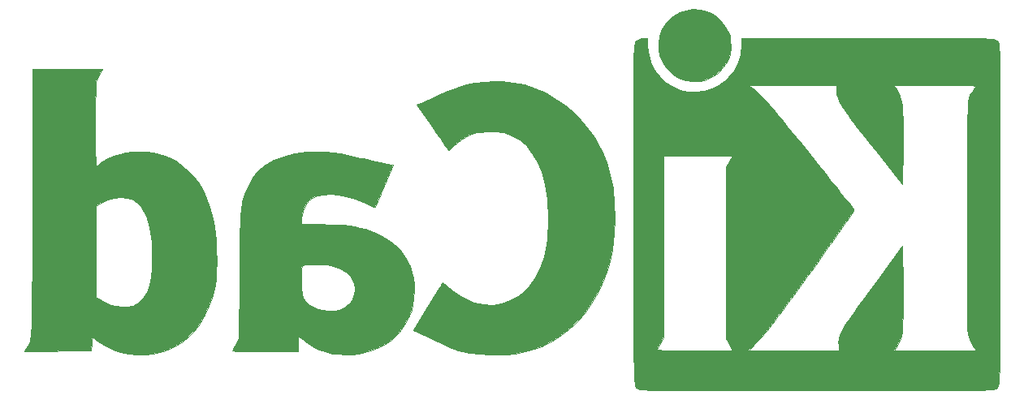
<source format=gbr>
%TF.GenerationSoftware,KiCad,Pcbnew,8.0.2*%
%TF.CreationDate,2024-05-28T22:04:00+02:00*%
%TF.ProjectId,template,74656d70-6c61-4746-952e-6b696361645f,0.1.0*%
%TF.SameCoordinates,Original*%
%TF.FileFunction,Copper,L2,Bot*%
%TF.FilePolarity,Positive*%
%FSLAX46Y46*%
G04 Gerber Fmt 4.6, Leading zero omitted, Abs format (unit mm)*
G04 Created by KiCad (PCBNEW 8.0.2) date 2024-05-28 22:04:00*
%MOMM*%
%LPD*%
G01*
G04 APERTURE LIST*
%TA.AperFunction,EtchedComponent*%
%ADD10C,0.010000*%
%TD*%
G04 APERTURE END LIST*
D10*
%TO.C,REF\u002A\u002A*%
X179501333Y-33283780D02*
X180201041Y-33455221D01*
X180864288Y-33762922D01*
X181470172Y-34206932D01*
X181997791Y-34787301D01*
X182426241Y-35504078D01*
X182541108Y-35756579D01*
X182634165Y-36012509D01*
X182686380Y-36268365D01*
X182709267Y-36584829D01*
X182714337Y-37022581D01*
X182711271Y-37386932D01*
X182692796Y-37721784D01*
X182647495Y-37983035D01*
X182564057Y-38230684D01*
X182431172Y-38524731D01*
X182392732Y-38603089D01*
X181938382Y-39320611D01*
X181366937Y-39910967D01*
X180694616Y-40360303D01*
X179937635Y-40654767D01*
X179549223Y-40736940D01*
X178761249Y-40775391D01*
X177998045Y-40650974D01*
X177281992Y-40376444D01*
X176635471Y-39964558D01*
X176080859Y-39428074D01*
X175640538Y-38779746D01*
X175336888Y-38032332D01*
X175225791Y-37420684D01*
X175215783Y-36745703D01*
X175306139Y-36089144D01*
X175492558Y-35520430D01*
X175707957Y-35113836D01*
X176187475Y-34468751D01*
X176755948Y-33959631D01*
X177392473Y-33586525D01*
X178076147Y-33349481D01*
X178786068Y-33248550D01*
X179501333Y-33283780D01*
%TA.AperFunction,EtchedComponent*%
G36*
X179501333Y-33283780D02*
G01*
X180201041Y-33455221D01*
X180864288Y-33762922D01*
X181470172Y-34206932D01*
X181997791Y-34787301D01*
X182426241Y-35504078D01*
X182541108Y-35756579D01*
X182634165Y-36012509D01*
X182686380Y-36268365D01*
X182709267Y-36584829D01*
X182714337Y-37022581D01*
X182711271Y-37386932D01*
X182692796Y-37721784D01*
X182647495Y-37983035D01*
X182564057Y-38230684D01*
X182431172Y-38524731D01*
X182392732Y-38603089D01*
X181938382Y-39320611D01*
X181366937Y-39910967D01*
X180694616Y-40360303D01*
X179937635Y-40654767D01*
X179549223Y-40736940D01*
X178761249Y-40775391D01*
X177998045Y-40650974D01*
X177281992Y-40376444D01*
X176635471Y-39964558D01*
X176080859Y-39428074D01*
X175640538Y-38779746D01*
X175336888Y-38032332D01*
X175225791Y-37420684D01*
X175215783Y-36745703D01*
X175306139Y-36089144D01*
X175492558Y-35520430D01*
X175707957Y-35113836D01*
X176187475Y-34468751D01*
X176755948Y-33959631D01*
X177392473Y-33586525D01*
X178076147Y-33349481D01*
X178786068Y-33248550D01*
X179501333Y-33283780D01*
G37*
%TD.AperFunction*%
X158865116Y-40786534D02*
X160088504Y-40898843D01*
X161225036Y-41125344D01*
X162316985Y-41475567D01*
X163406621Y-41959048D01*
X164485245Y-42576348D01*
X165642820Y-43417889D01*
X166716282Y-44390867D01*
X167681992Y-45471199D01*
X168516313Y-46634799D01*
X169195608Y-47857583D01*
X169257267Y-47988393D01*
X169773656Y-49251013D01*
X170166037Y-50563019D01*
X170439480Y-51949475D01*
X170599056Y-53435447D01*
X170649836Y-55045999D01*
X170588094Y-56710890D01*
X170392119Y-58350487D01*
X170058872Y-59885334D01*
X169585369Y-61326319D01*
X168968629Y-62684328D01*
X168205670Y-63970251D01*
X167488997Y-64952685D01*
X166499426Y-66058081D01*
X165420838Y-67004888D01*
X164253705Y-67792797D01*
X162998501Y-68421498D01*
X161655696Y-68890683D01*
X160225764Y-69200041D01*
X160209446Y-69202450D01*
X159934074Y-69226613D01*
X159518524Y-69244535D01*
X159001221Y-69255380D01*
X158420589Y-69258312D01*
X157815054Y-69252496D01*
X157390663Y-69243975D01*
X156760990Y-69224232D01*
X156256421Y-69195970D01*
X155840560Y-69156171D01*
X155477015Y-69101819D01*
X155129391Y-69029898D01*
X154738287Y-68936952D01*
X154330245Y-68831110D01*
X153961211Y-68720076D01*
X153597695Y-68590844D01*
X153206202Y-68430409D01*
X152753241Y-68225765D01*
X152205319Y-67963908D01*
X151528943Y-67631832D01*
X149658244Y-66707338D01*
X151156554Y-64246321D01*
X151352711Y-63924217D01*
X151705124Y-63346001D01*
X152020555Y-62829072D01*
X152287475Y-62392285D01*
X152494357Y-62054495D01*
X152629675Y-61834557D01*
X152681900Y-61751327D01*
X152696424Y-61753812D01*
X152813432Y-61835264D01*
X153018995Y-62004303D01*
X153280635Y-62234707D01*
X153746599Y-62632791D01*
X154578447Y-63221455D01*
X155385533Y-63631824D01*
X155968756Y-63836755D01*
X156955234Y-64046190D01*
X157924478Y-64083312D01*
X158862432Y-63950651D01*
X159755040Y-63650735D01*
X160588248Y-63186092D01*
X161348000Y-62559251D01*
X161770752Y-62097560D01*
X162366323Y-61243595D01*
X162855014Y-60252612D01*
X163239164Y-59119535D01*
X163521108Y-57839288D01*
X163533900Y-57759809D01*
X163592995Y-57244675D01*
X163636987Y-56604629D01*
X163665521Y-55883406D01*
X163678241Y-55124740D01*
X163674790Y-54372365D01*
X163654812Y-53670014D01*
X163617951Y-53061422D01*
X163563850Y-52590322D01*
X163356485Y-51523183D01*
X163007568Y-50276625D01*
X162568748Y-49185281D01*
X162040612Y-48249997D01*
X161423747Y-47471617D01*
X160718739Y-46850986D01*
X159926176Y-46388949D01*
X159046643Y-46086351D01*
X158851504Y-46048794D01*
X158362480Y-45999755D01*
X157790977Y-45983747D01*
X157201022Y-45999892D01*
X156656642Y-46047311D01*
X156221864Y-46125124D01*
X155497578Y-46372893D01*
X154657058Y-46825226D01*
X153908647Y-47420491D01*
X153776554Y-47545885D01*
X153537202Y-47767735D01*
X153368037Y-47917057D01*
X153299315Y-47966728D01*
X153282395Y-47942971D01*
X153178249Y-47792966D01*
X152990103Y-47520595D01*
X152730389Y-47143894D01*
X152411537Y-46680900D01*
X152045979Y-46149650D01*
X151646147Y-45568179D01*
X150010753Y-43189046D01*
X150376090Y-43079588D01*
X150414212Y-43067184D01*
X150662374Y-42968664D01*
X151020162Y-42809799D01*
X151445587Y-42609700D01*
X151896661Y-42387478D01*
X152093220Y-42289225D01*
X153184680Y-41781978D01*
X154190666Y-41389724D01*
X155149868Y-41102432D01*
X156100979Y-40910065D01*
X157082690Y-40802591D01*
X158133692Y-40769975D01*
X158865116Y-40786534D01*
%TA.AperFunction,EtchedComponent*%
G36*
X158865116Y-40786534D02*
G01*
X160088504Y-40898843D01*
X161225036Y-41125344D01*
X162316985Y-41475567D01*
X163406621Y-41959048D01*
X164485245Y-42576348D01*
X165642820Y-43417889D01*
X166716282Y-44390867D01*
X167681992Y-45471199D01*
X168516313Y-46634799D01*
X169195608Y-47857583D01*
X169257267Y-47988393D01*
X169773656Y-49251013D01*
X170166037Y-50563019D01*
X170439480Y-51949475D01*
X170599056Y-53435447D01*
X170649836Y-55045999D01*
X170588094Y-56710890D01*
X170392119Y-58350487D01*
X170058872Y-59885334D01*
X169585369Y-61326319D01*
X168968629Y-62684328D01*
X168205670Y-63970251D01*
X167488997Y-64952685D01*
X166499426Y-66058081D01*
X165420838Y-67004888D01*
X164253705Y-67792797D01*
X162998501Y-68421498D01*
X161655696Y-68890683D01*
X160225764Y-69200041D01*
X160209446Y-69202450D01*
X159934074Y-69226613D01*
X159518524Y-69244535D01*
X159001221Y-69255380D01*
X158420589Y-69258312D01*
X157815054Y-69252496D01*
X157390663Y-69243975D01*
X156760990Y-69224232D01*
X156256421Y-69195970D01*
X155840560Y-69156171D01*
X155477015Y-69101819D01*
X155129391Y-69029898D01*
X154738287Y-68936952D01*
X154330245Y-68831110D01*
X153961211Y-68720076D01*
X153597695Y-68590844D01*
X153206202Y-68430409D01*
X152753241Y-68225765D01*
X152205319Y-67963908D01*
X151528943Y-67631832D01*
X149658244Y-66707338D01*
X151156554Y-64246321D01*
X151352711Y-63924217D01*
X151705124Y-63346001D01*
X152020555Y-62829072D01*
X152287475Y-62392285D01*
X152494357Y-62054495D01*
X152629675Y-61834557D01*
X152681900Y-61751327D01*
X152696424Y-61753812D01*
X152813432Y-61835264D01*
X153018995Y-62004303D01*
X153280635Y-62234707D01*
X153746599Y-62632791D01*
X154578447Y-63221455D01*
X155385533Y-63631824D01*
X155968756Y-63836755D01*
X156955234Y-64046190D01*
X157924478Y-64083312D01*
X158862432Y-63950651D01*
X159755040Y-63650735D01*
X160588248Y-63186092D01*
X161348000Y-62559251D01*
X161770752Y-62097560D01*
X162366323Y-61243595D01*
X162855014Y-60252612D01*
X163239164Y-59119535D01*
X163521108Y-57839288D01*
X163533900Y-57759809D01*
X163592995Y-57244675D01*
X163636987Y-56604629D01*
X163665521Y-55883406D01*
X163678241Y-55124740D01*
X163674790Y-54372365D01*
X163654812Y-53670014D01*
X163617951Y-53061422D01*
X163563850Y-52590322D01*
X163356485Y-51523183D01*
X163007568Y-50276625D01*
X162568748Y-49185281D01*
X162040612Y-48249997D01*
X161423747Y-47471617D01*
X160718739Y-46850986D01*
X159926176Y-46388949D01*
X159046643Y-46086351D01*
X158851504Y-46048794D01*
X158362480Y-45999755D01*
X157790977Y-45983747D01*
X157201022Y-45999892D01*
X156656642Y-46047311D01*
X156221864Y-46125124D01*
X155497578Y-46372893D01*
X154657058Y-46825226D01*
X153908647Y-47420491D01*
X153776554Y-47545885D01*
X153537202Y-47767735D01*
X153368037Y-47917057D01*
X153299315Y-47966728D01*
X153282395Y-47942971D01*
X153178249Y-47792966D01*
X152990103Y-47520595D01*
X152730389Y-47143894D01*
X152411537Y-46680900D01*
X152045979Y-46149650D01*
X151646147Y-45568179D01*
X150010753Y-43189046D01*
X150376090Y-43079588D01*
X150414212Y-43067184D01*
X150662374Y-42968664D01*
X151020162Y-42809799D01*
X151445587Y-42609700D01*
X151896661Y-42387478D01*
X152093220Y-42289225D01*
X153184680Y-41781978D01*
X154190666Y-41389724D01*
X155149868Y-41102432D01*
X156100979Y-40910065D01*
X157082690Y-40802591D01*
X158133692Y-40769975D01*
X158865116Y-40786534D01*
G37*
%TD.AperFunction*%
X129125257Y-59756816D02*
X129105938Y-60599302D01*
X129050702Y-61342301D01*
X128955272Y-62026224D01*
X128815370Y-62691484D01*
X128626720Y-63378495D01*
X128340647Y-64199679D01*
X127815234Y-65308241D01*
X127170740Y-66301171D01*
X126417026Y-67169086D01*
X125563951Y-67902602D01*
X124621374Y-68492334D01*
X123599156Y-68928898D01*
X122507156Y-69202910D01*
X122494016Y-69205109D01*
X121695964Y-69281896D01*
X120819111Y-69271648D01*
X119925977Y-69180681D01*
X119079085Y-69015316D01*
X118340955Y-68781870D01*
X118025894Y-68639810D01*
X117615561Y-68423889D01*
X117193915Y-68176933D01*
X116804955Y-67926123D01*
X116492677Y-67698639D01*
X116301076Y-67521661D01*
X116257091Y-67473075D01*
X116204655Y-67456089D01*
X116169609Y-67540408D01*
X116143781Y-67752911D01*
X116118997Y-68120475D01*
X116073477Y-68886380D01*
X109100013Y-68934072D01*
X109341269Y-68522399D01*
X109355649Y-68498062D01*
X109425805Y-68383802D01*
X109489449Y-68282014D01*
X109546924Y-68183852D01*
X109598572Y-68080476D01*
X109644736Y-67963041D01*
X109685758Y-67822704D01*
X109721981Y-67650623D01*
X109753748Y-67437954D01*
X109781400Y-67175855D01*
X109805280Y-66855482D01*
X109825731Y-66467992D01*
X109843095Y-66004543D01*
X109857715Y-65456291D01*
X109869933Y-64814393D01*
X109880091Y-64070007D01*
X109888533Y-63214289D01*
X109895600Y-62238396D01*
X109901635Y-61133485D01*
X109906980Y-59890713D01*
X109911979Y-58501238D01*
X109916972Y-56956215D01*
X109922304Y-55246803D01*
X109927002Y-53775687D01*
X116528674Y-53775687D01*
X116528674Y-63239350D01*
X116983871Y-63537921D01*
X117158924Y-63645476D01*
X117559750Y-63860340D01*
X117939785Y-64031445D01*
X118106217Y-64089378D01*
X118635795Y-64205034D01*
X119305377Y-64264094D01*
X119645858Y-64276384D01*
X119961908Y-64273589D01*
X120197176Y-64242025D01*
X120408199Y-64173031D01*
X120651514Y-64057951D01*
X121119112Y-63749687D01*
X121524207Y-63313622D01*
X121848471Y-62751673D01*
X122094988Y-62055032D01*
X122266844Y-61214891D01*
X122367125Y-60222441D01*
X122398914Y-59068873D01*
X122397369Y-58806614D01*
X122351667Y-57591470D01*
X122240690Y-56534129D01*
X122061741Y-55623437D01*
X121812120Y-54848236D01*
X121489126Y-54197372D01*
X121090062Y-53659687D01*
X120924503Y-53495586D01*
X120411409Y-53153710D01*
X119809089Y-52945672D01*
X119143634Y-52872653D01*
X118441138Y-52935838D01*
X117727693Y-53136409D01*
X117029391Y-53475550D01*
X116528674Y-53775687D01*
X109927002Y-53775687D01*
X109928316Y-53364158D01*
X109973836Y-39480645D01*
X113592653Y-39456841D01*
X113855819Y-39455237D01*
X114630109Y-39452060D01*
X115338313Y-39451415D01*
X115961101Y-39453171D01*
X116479141Y-39457194D01*
X116873103Y-39463353D01*
X117123657Y-39471517D01*
X117211470Y-39481552D01*
X117200234Y-39513359D01*
X117116429Y-39664150D01*
X116977621Y-39883439D01*
X116963775Y-39904402D01*
X116856153Y-40073717D01*
X116765916Y-40238453D01*
X116691536Y-40415581D01*
X116631481Y-40622068D01*
X116584221Y-40874884D01*
X116548227Y-41190996D01*
X116521969Y-41587374D01*
X116503915Y-42080987D01*
X116492537Y-42688803D01*
X116486305Y-43427791D01*
X116483687Y-44314919D01*
X116483155Y-45367157D01*
X116484108Y-46188689D01*
X116487029Y-46995247D01*
X116491706Y-47726578D01*
X116497928Y-48364875D01*
X116505482Y-48892328D01*
X116514156Y-49291130D01*
X116523737Y-49543470D01*
X116534013Y-49631541D01*
X116567155Y-49617871D01*
X116712853Y-49521613D01*
X116920930Y-49363527D01*
X117222584Y-49150933D01*
X117789350Y-48837690D01*
X118437141Y-48558273D01*
X119105493Y-48340985D01*
X119667026Y-48230183D01*
X120366384Y-48159554D01*
X121123285Y-48135084D01*
X121879317Y-48156803D01*
X122576071Y-48224741D01*
X123155135Y-48338928D01*
X123744753Y-48531274D01*
X124728374Y-48997561D01*
X125639135Y-49617459D01*
X126460232Y-50376692D01*
X127174864Y-51260988D01*
X127766228Y-52256072D01*
X127913042Y-52561210D01*
X128324462Y-53590459D01*
X128646118Y-54707523D01*
X128882073Y-55932093D01*
X129036392Y-57283862D01*
X129113137Y-58782520D01*
X129116700Y-59068873D01*
X129125257Y-59756816D01*
%TA.AperFunction,EtchedComponent*%
G36*
X129125257Y-59756816D02*
G01*
X129105938Y-60599302D01*
X129050702Y-61342301D01*
X128955272Y-62026224D01*
X128815370Y-62691484D01*
X128626720Y-63378495D01*
X128340647Y-64199679D01*
X127815234Y-65308241D01*
X127170740Y-66301171D01*
X126417026Y-67169086D01*
X125563951Y-67902602D01*
X124621374Y-68492334D01*
X123599156Y-68928898D01*
X122507156Y-69202910D01*
X122494016Y-69205109D01*
X121695964Y-69281896D01*
X120819111Y-69271648D01*
X119925977Y-69180681D01*
X119079085Y-69015316D01*
X118340955Y-68781870D01*
X118025894Y-68639810D01*
X117615561Y-68423889D01*
X117193915Y-68176933D01*
X116804955Y-67926123D01*
X116492677Y-67698639D01*
X116301076Y-67521661D01*
X116257091Y-67473075D01*
X116204655Y-67456089D01*
X116169609Y-67540408D01*
X116143781Y-67752911D01*
X116118997Y-68120475D01*
X116073477Y-68886380D01*
X109100013Y-68934072D01*
X109341269Y-68522399D01*
X109355649Y-68498062D01*
X109425805Y-68383802D01*
X109489449Y-68282014D01*
X109546924Y-68183852D01*
X109598572Y-68080476D01*
X109644736Y-67963041D01*
X109685758Y-67822704D01*
X109721981Y-67650623D01*
X109753748Y-67437954D01*
X109781400Y-67175855D01*
X109805280Y-66855482D01*
X109825731Y-66467992D01*
X109843095Y-66004543D01*
X109857715Y-65456291D01*
X109869933Y-64814393D01*
X109880091Y-64070007D01*
X109888533Y-63214289D01*
X109895600Y-62238396D01*
X109901635Y-61133485D01*
X109906980Y-59890713D01*
X109911979Y-58501238D01*
X109916972Y-56956215D01*
X109922304Y-55246803D01*
X109927002Y-53775687D01*
X116528674Y-53775687D01*
X116528674Y-63239350D01*
X116983871Y-63537921D01*
X117158924Y-63645476D01*
X117559750Y-63860340D01*
X117939785Y-64031445D01*
X118106217Y-64089378D01*
X118635795Y-64205034D01*
X119305377Y-64264094D01*
X119645858Y-64276384D01*
X119961908Y-64273589D01*
X120197176Y-64242025D01*
X120408199Y-64173031D01*
X120651514Y-64057951D01*
X121119112Y-63749687D01*
X121524207Y-63313622D01*
X121848471Y-62751673D01*
X122094988Y-62055032D01*
X122266844Y-61214891D01*
X122367125Y-60222441D01*
X122398914Y-59068873D01*
X122397369Y-58806614D01*
X122351667Y-57591470D01*
X122240690Y-56534129D01*
X122061741Y-55623437D01*
X121812120Y-54848236D01*
X121489126Y-54197372D01*
X121090062Y-53659687D01*
X120924503Y-53495586D01*
X120411409Y-53153710D01*
X119809089Y-52945672D01*
X119143634Y-52872653D01*
X118441138Y-52935838D01*
X117727693Y-53136409D01*
X117029391Y-53475550D01*
X116528674Y-53775687D01*
X109927002Y-53775687D01*
X109928316Y-53364158D01*
X109973836Y-39480645D01*
X113592653Y-39456841D01*
X113855819Y-39455237D01*
X114630109Y-39452060D01*
X115338313Y-39451415D01*
X115961101Y-39453171D01*
X116479141Y-39457194D01*
X116873103Y-39463353D01*
X117123657Y-39471517D01*
X117211470Y-39481552D01*
X117200234Y-39513359D01*
X117116429Y-39664150D01*
X116977621Y-39883439D01*
X116963775Y-39904402D01*
X116856153Y-40073717D01*
X116765916Y-40238453D01*
X116691536Y-40415581D01*
X116631481Y-40622068D01*
X116584221Y-40874884D01*
X116548227Y-41190996D01*
X116521969Y-41587374D01*
X116503915Y-42080987D01*
X116492537Y-42688803D01*
X116486305Y-43427791D01*
X116483687Y-44314919D01*
X116483155Y-45367157D01*
X116484108Y-46188689D01*
X116487029Y-46995247D01*
X116491706Y-47726578D01*
X116497928Y-48364875D01*
X116505482Y-48892328D01*
X116514156Y-49291130D01*
X116523737Y-49543470D01*
X116534013Y-49631541D01*
X116567155Y-49617871D01*
X116712853Y-49521613D01*
X116920930Y-49363527D01*
X117222584Y-49150933D01*
X117789350Y-48837690D01*
X118437141Y-48558273D01*
X119105493Y-48340985D01*
X119667026Y-48230183D01*
X120366384Y-48159554D01*
X121123285Y-48135084D01*
X121879317Y-48156803D01*
X122576071Y-48224741D01*
X123155135Y-48338928D01*
X123744753Y-48531274D01*
X124728374Y-48997561D01*
X125639135Y-49617459D01*
X126460232Y-50376692D01*
X127174864Y-51260988D01*
X127766228Y-52256072D01*
X127913042Y-52561210D01*
X128324462Y-53590459D01*
X128646118Y-54707523D01*
X128882073Y-55932093D01*
X129036392Y-57283862D01*
X129113137Y-58782520D01*
X129116700Y-59068873D01*
X129125257Y-59756816D01*
G37*
%TD.AperFunction*%
X149703176Y-62621547D02*
X149662289Y-63355595D01*
X149573923Y-64038589D01*
X149440584Y-64607527D01*
X149227823Y-65192880D01*
X148734646Y-66157538D01*
X148104263Y-67006255D01*
X147343201Y-67733247D01*
X146457989Y-68332730D01*
X145455152Y-68798921D01*
X144341219Y-69126036D01*
X143886986Y-69199817D01*
X143237893Y-69251091D01*
X142530987Y-69262623D01*
X141825341Y-69235340D01*
X141180029Y-69170172D01*
X140654122Y-69068048D01*
X140389857Y-68987643D01*
X139789666Y-68752354D01*
X139179556Y-68453630D01*
X138622474Y-68123867D01*
X138181368Y-67795460D01*
X138175948Y-67790719D01*
X137934229Y-67585770D01*
X137748255Y-67439834D01*
X137657892Y-67384229D01*
X137648011Y-67397504D01*
X137625658Y-67540903D01*
X137610123Y-67808356D01*
X137604302Y-68158064D01*
X137604302Y-68931900D01*
X134190323Y-68931900D01*
X134099441Y-68931885D01*
X133337224Y-68930551D01*
X132637665Y-68927233D01*
X132020666Y-68922176D01*
X131506130Y-68915629D01*
X131113963Y-68907838D01*
X130864066Y-68899051D01*
X130776345Y-68889514D01*
X130778388Y-68881180D01*
X130835780Y-68758161D01*
X130956082Y-68527037D01*
X131117742Y-68229478D01*
X131459140Y-67611828D01*
X131509199Y-61513850D01*
X137968459Y-61513850D01*
X137970999Y-61995640D01*
X137983303Y-62501867D01*
X138007406Y-62867776D01*
X138045064Y-63117191D01*
X138098029Y-63273938D01*
X138166164Y-63385867D01*
X138422749Y-63690985D01*
X138766542Y-64008631D01*
X139143349Y-64291652D01*
X139498979Y-64492896D01*
X139696292Y-64566736D01*
X140150619Y-64665047D01*
X140744004Y-64715309D01*
X141369621Y-64707699D01*
X141963717Y-64604313D01*
X142459599Y-64390736D01*
X142888629Y-64057344D01*
X143009317Y-63934026D01*
X143323550Y-63513474D01*
X143493566Y-63060177D01*
X143544624Y-62514735D01*
X143530791Y-62226574D01*
X143393996Y-61633366D01*
X143106617Y-61124207D01*
X142663422Y-60693368D01*
X142059180Y-60335118D01*
X141288658Y-60043727D01*
X140978029Y-59967257D01*
X140601975Y-59914898D01*
X140128713Y-59885821D01*
X139516130Y-59876045D01*
X139416619Y-59876050D01*
X138958331Y-59881645D01*
X138564664Y-59895167D01*
X138274764Y-59914842D01*
X138127778Y-59938899D01*
X138110864Y-59946709D01*
X138056178Y-59995752D01*
X138017448Y-60094308D01*
X137991993Y-60268886D01*
X137977131Y-60545996D01*
X137970180Y-60952147D01*
X137968459Y-61513850D01*
X131509199Y-61513850D01*
X131511828Y-61193548D01*
X131519660Y-60258726D01*
X131530615Y-59066491D01*
X131542114Y-58031459D01*
X131555087Y-57138993D01*
X131570463Y-56374454D01*
X131589171Y-55723206D01*
X131612139Y-55170611D01*
X131640297Y-54702030D01*
X131674574Y-54302825D01*
X131715899Y-53958361D01*
X131765201Y-53653997D01*
X131823410Y-53375097D01*
X131891453Y-53107024D01*
X131970261Y-52835138D01*
X132060762Y-52544803D01*
X132417295Y-51634614D01*
X132905553Y-50793408D01*
X133513611Y-50073207D01*
X134247038Y-49470241D01*
X135111399Y-48980742D01*
X136112261Y-48600943D01*
X137255193Y-48327075D01*
X138545760Y-48155370D01*
X138996829Y-48121226D01*
X139756503Y-48096261D01*
X140509460Y-48118743D01*
X141290950Y-48192462D01*
X142136226Y-48321208D01*
X143080539Y-48508771D01*
X144159140Y-48758943D01*
X144408455Y-48819474D01*
X145034555Y-48968428D01*
X145627974Y-49105578D01*
X146152723Y-49222824D01*
X146572817Y-49312063D01*
X146852268Y-49365196D01*
X147497009Y-49471094D01*
X146590586Y-51667984D01*
X146363859Y-52216498D01*
X146140810Y-52753967D01*
X145949433Y-53212851D01*
X145799126Y-53570700D01*
X145699282Y-53805059D01*
X145659297Y-53893477D01*
X145653008Y-53894743D01*
X145537137Y-53855269D01*
X145309296Y-53754105D01*
X145010585Y-53609260D01*
X144389726Y-53327185D01*
X143535382Y-53018764D01*
X142660964Y-52782573D01*
X141800667Y-52624544D01*
X140988686Y-52550609D01*
X140259216Y-52566699D01*
X139646453Y-52678747D01*
X139218787Y-52856533D01*
X138733089Y-53220872D01*
X138359196Y-53715144D01*
X138107810Y-54324142D01*
X137989634Y-55032660D01*
X137948019Y-55685663D01*
X140120425Y-55691610D01*
X140853042Y-55697754D01*
X141663368Y-55719572D01*
X142355608Y-55760748D01*
X142965569Y-55825285D01*
X143529059Y-55917185D01*
X144081886Y-56040453D01*
X144659857Y-56199090D01*
X145524642Y-56501049D01*
X146541810Y-56998307D01*
X147434505Y-57607404D01*
X148193921Y-58319773D01*
X148811254Y-59126847D01*
X149277699Y-60020058D01*
X149584452Y-60990840D01*
X149632491Y-61252296D01*
X149694079Y-61899447D01*
X149701831Y-62514735D01*
X149703176Y-62621547D01*
%TA.AperFunction,EtchedComponent*%
G36*
X149703176Y-62621547D02*
G01*
X149662289Y-63355595D01*
X149573923Y-64038589D01*
X149440584Y-64607527D01*
X149227823Y-65192880D01*
X148734646Y-66157538D01*
X148104263Y-67006255D01*
X147343201Y-67733247D01*
X146457989Y-68332730D01*
X145455152Y-68798921D01*
X144341219Y-69126036D01*
X143886986Y-69199817D01*
X143237893Y-69251091D01*
X142530987Y-69262623D01*
X141825341Y-69235340D01*
X141180029Y-69170172D01*
X140654122Y-69068048D01*
X140389857Y-68987643D01*
X139789666Y-68752354D01*
X139179556Y-68453630D01*
X138622474Y-68123867D01*
X138181368Y-67795460D01*
X138175948Y-67790719D01*
X137934229Y-67585770D01*
X137748255Y-67439834D01*
X137657892Y-67384229D01*
X137648011Y-67397504D01*
X137625658Y-67540903D01*
X137610123Y-67808356D01*
X137604302Y-68158064D01*
X137604302Y-68931900D01*
X134190323Y-68931900D01*
X134099441Y-68931885D01*
X133337224Y-68930551D01*
X132637665Y-68927233D01*
X132020666Y-68922176D01*
X131506130Y-68915629D01*
X131113963Y-68907838D01*
X130864066Y-68899051D01*
X130776345Y-68889514D01*
X130778388Y-68881180D01*
X130835780Y-68758161D01*
X130956082Y-68527037D01*
X131117742Y-68229478D01*
X131459140Y-67611828D01*
X131509199Y-61513850D01*
X137968459Y-61513850D01*
X137970999Y-61995640D01*
X137983303Y-62501867D01*
X138007406Y-62867776D01*
X138045064Y-63117191D01*
X138098029Y-63273938D01*
X138166164Y-63385867D01*
X138422749Y-63690985D01*
X138766542Y-64008631D01*
X139143349Y-64291652D01*
X139498979Y-64492896D01*
X139696292Y-64566736D01*
X140150619Y-64665047D01*
X140744004Y-64715309D01*
X141369621Y-64707699D01*
X141963717Y-64604313D01*
X142459599Y-64390736D01*
X142888629Y-64057344D01*
X143009317Y-63934026D01*
X143323550Y-63513474D01*
X143493566Y-63060177D01*
X143544624Y-62514735D01*
X143530791Y-62226574D01*
X143393996Y-61633366D01*
X143106617Y-61124207D01*
X142663422Y-60693368D01*
X142059180Y-60335118D01*
X141288658Y-60043727D01*
X140978029Y-59967257D01*
X140601975Y-59914898D01*
X140128713Y-59885821D01*
X139516130Y-59876045D01*
X139416619Y-59876050D01*
X138958331Y-59881645D01*
X138564664Y-59895167D01*
X138274764Y-59914842D01*
X138127778Y-59938899D01*
X138110864Y-59946709D01*
X138056178Y-59995752D01*
X138017448Y-60094308D01*
X137991993Y-60268886D01*
X137977131Y-60545996D01*
X137970180Y-60952147D01*
X137968459Y-61513850D01*
X131509199Y-61513850D01*
X131511828Y-61193548D01*
X131519660Y-60258726D01*
X131530615Y-59066491D01*
X131542114Y-58031459D01*
X131555087Y-57138993D01*
X131570463Y-56374454D01*
X131589171Y-55723206D01*
X131612139Y-55170611D01*
X131640297Y-54702030D01*
X131674574Y-54302825D01*
X131715899Y-53958361D01*
X131765201Y-53653997D01*
X131823410Y-53375097D01*
X131891453Y-53107024D01*
X131970261Y-52835138D01*
X132060762Y-52544803D01*
X132417295Y-51634614D01*
X132905553Y-50793408D01*
X133513611Y-50073207D01*
X134247038Y-49470241D01*
X135111399Y-48980742D01*
X136112261Y-48600943D01*
X137255193Y-48327075D01*
X138545760Y-48155370D01*
X138996829Y-48121226D01*
X139756503Y-48096261D01*
X140509460Y-48118743D01*
X141290950Y-48192462D01*
X142136226Y-48321208D01*
X143080539Y-48508771D01*
X144159140Y-48758943D01*
X144408455Y-48819474D01*
X145034555Y-48968428D01*
X145627974Y-49105578D01*
X146152723Y-49222824D01*
X146572817Y-49312063D01*
X146852268Y-49365196D01*
X147497009Y-49471094D01*
X146590586Y-51667984D01*
X146363859Y-52216498D01*
X146140810Y-52753967D01*
X145949433Y-53212851D01*
X145799126Y-53570700D01*
X145699282Y-53805059D01*
X145659297Y-53893477D01*
X145653008Y-53894743D01*
X145537137Y-53855269D01*
X145309296Y-53754105D01*
X145010585Y-53609260D01*
X144389726Y-53327185D01*
X143535382Y-53018764D01*
X142660964Y-52782573D01*
X141800667Y-52624544D01*
X140988686Y-52550609D01*
X140259216Y-52566699D01*
X139646453Y-52678747D01*
X139218787Y-52856533D01*
X138733089Y-53220872D01*
X138359196Y-53715144D01*
X138107810Y-54324142D01*
X137989634Y-55032660D01*
X137948019Y-55685663D01*
X140120425Y-55691610D01*
X140853042Y-55697754D01*
X141663368Y-55719572D01*
X142355608Y-55760748D01*
X142965569Y-55825285D01*
X143529059Y-55917185D01*
X144081886Y-56040453D01*
X144659857Y-56199090D01*
X145524642Y-56501049D01*
X146541810Y-56998307D01*
X147434505Y-57607404D01*
X148193921Y-58319773D01*
X148811254Y-59126847D01*
X149277699Y-60020058D01*
X149584452Y-60990840D01*
X149632491Y-61252296D01*
X149694079Y-61899447D01*
X149701831Y-62514735D01*
X149703176Y-62621547D01*
G37*
%TD.AperFunction*%
X210778490Y-69111842D02*
X210769116Y-69817826D01*
X210757482Y-70425964D01*
X210743350Y-70943784D01*
X210726484Y-71378814D01*
X210706646Y-71738581D01*
X210683599Y-72030616D01*
X210657107Y-72262444D01*
X210626933Y-72441596D01*
X210592840Y-72575598D01*
X210554590Y-72671979D01*
X210511947Y-72738267D01*
X210464674Y-72781991D01*
X210412534Y-72810678D01*
X210355289Y-72831856D01*
X210292704Y-72853054D01*
X210224542Y-72881800D01*
X210186189Y-72896206D01*
X210115837Y-72911938D01*
X210011304Y-72926352D01*
X209865193Y-72939505D01*
X209670112Y-72951455D01*
X209418664Y-72962261D01*
X209103455Y-72971980D01*
X208717090Y-72980669D01*
X208252174Y-72988387D01*
X207701312Y-72995191D01*
X207057110Y-73001139D01*
X206312172Y-73006289D01*
X205459104Y-73010698D01*
X204490511Y-73014425D01*
X203398998Y-73017527D01*
X202177170Y-73020062D01*
X200817632Y-73022088D01*
X199312990Y-73023662D01*
X197655849Y-73024843D01*
X195838813Y-73025688D01*
X193854488Y-73026254D01*
X191695480Y-73026601D01*
X191011294Y-73026668D01*
X188899142Y-73026711D01*
X186959519Y-73026446D01*
X185185115Y-73025818D01*
X183568625Y-73024775D01*
X182102740Y-73023264D01*
X180780154Y-73021232D01*
X179593559Y-73018625D01*
X178535647Y-73015392D01*
X177599111Y-73011478D01*
X176776643Y-73006830D01*
X176060937Y-73001396D01*
X175444685Y-72995123D01*
X174920579Y-72987958D01*
X174481312Y-72979847D01*
X174119576Y-72970737D01*
X173828065Y-72960576D01*
X173599471Y-72949310D01*
X173426485Y-72936887D01*
X173301802Y-72923253D01*
X173218114Y-72908355D01*
X173168112Y-72892141D01*
X173152202Y-72884925D01*
X173087076Y-72861221D01*
X173027352Y-72843910D01*
X172972788Y-72825453D01*
X172923144Y-72798312D01*
X172878175Y-72754948D01*
X172837641Y-72687821D01*
X172801300Y-72589393D01*
X172768908Y-72452126D01*
X172740224Y-72268480D01*
X172715006Y-72030916D01*
X172693012Y-71731896D01*
X172673999Y-71363881D01*
X172657725Y-70919332D01*
X172643949Y-70390710D01*
X172632428Y-69770477D01*
X172622920Y-69051093D01*
X172619800Y-68717971D01*
X175020508Y-68717971D01*
X175023142Y-68749871D01*
X175071432Y-68775724D01*
X175180538Y-68796163D01*
X175365617Y-68811822D01*
X175641827Y-68823334D01*
X176024325Y-68831332D01*
X176528271Y-68836451D01*
X177168822Y-68839323D01*
X177961135Y-68840581D01*
X178920369Y-68840860D01*
X182938491Y-68840860D01*
X182598816Y-68226344D01*
X182259140Y-67611828D01*
X182259140Y-49768100D01*
X182598816Y-49153584D01*
X182938491Y-48539068D01*
X175756236Y-48539068D01*
X175730269Y-57984409D01*
X175704302Y-67429749D01*
X175449691Y-67973516D01*
X175315455Y-68243035D01*
X175163452Y-68513024D01*
X175048663Y-68679072D01*
X175048375Y-68679391D01*
X175020508Y-68717971D01*
X172619800Y-68717971D01*
X172615183Y-68225019D01*
X172608975Y-67284718D01*
X172604053Y-66222649D01*
X172600176Y-65031275D01*
X172597101Y-63703056D01*
X172594587Y-62230453D01*
X172592390Y-60605928D01*
X172590270Y-58821942D01*
X172587983Y-56870956D01*
X172585289Y-54745431D01*
X172584940Y-54488112D01*
X172581935Y-52376056D01*
X172579061Y-50437659D01*
X172576531Y-48665379D01*
X172574558Y-47051674D01*
X172573355Y-45589002D01*
X172573133Y-44269819D01*
X172574107Y-43086585D01*
X172576487Y-42031756D01*
X172580488Y-41097791D01*
X172586321Y-40277147D01*
X172594200Y-39562282D01*
X172604337Y-38945654D01*
X172616945Y-38419720D01*
X172632236Y-37976939D01*
X172650423Y-37609768D01*
X172671718Y-37310664D01*
X172696335Y-37072086D01*
X172724486Y-36886491D01*
X172756384Y-36746338D01*
X172792240Y-36644083D01*
X172832269Y-36572185D01*
X172876683Y-36523101D01*
X172925693Y-36489289D01*
X172979514Y-36463207D01*
X173038357Y-36437313D01*
X173102436Y-36404064D01*
X173121185Y-36393469D01*
X173404900Y-36290911D01*
X173715481Y-36248760D01*
X174065592Y-36248775D01*
X174071427Y-37045355D01*
X174072906Y-37137020D01*
X174184187Y-38068809D01*
X174467612Y-38945538D01*
X174919243Y-39757920D01*
X175535143Y-40496671D01*
X175865651Y-40797977D01*
X176601561Y-41297392D01*
X177404509Y-41645657D01*
X178251109Y-41842588D01*
X179117975Y-41887998D01*
X179981722Y-41781700D01*
X180818964Y-41523508D01*
X181507220Y-41164874D01*
X184553327Y-41164874D01*
X184953904Y-41453071D01*
X185292682Y-41723933D01*
X185770051Y-42165733D01*
X186311506Y-42719434D01*
X186896543Y-43363935D01*
X187504658Y-44078136D01*
X187661261Y-44269127D01*
X187927886Y-44596700D01*
X188276401Y-45026463D01*
X188695262Y-45544070D01*
X189172921Y-46135179D01*
X189697832Y-46785445D01*
X190258451Y-47480523D01*
X190843229Y-48206071D01*
X191111448Y-48539068D01*
X191440622Y-48947744D01*
X192039084Y-49691199D01*
X192627068Y-50422090D01*
X193193028Y-51126075D01*
X193725418Y-51788809D01*
X194212692Y-52395949D01*
X194643305Y-52933150D01*
X195005709Y-53386068D01*
X195288359Y-53740360D01*
X195479709Y-53981681D01*
X195568213Y-54095688D01*
X195575517Y-54138529D01*
X195551219Y-54220014D01*
X195488256Y-54348210D01*
X195380341Y-54532208D01*
X195221189Y-54781103D01*
X195004517Y-55103987D01*
X194724038Y-55509955D01*
X194373468Y-56008099D01*
X193946522Y-56607513D01*
X193436914Y-57317290D01*
X192838360Y-58146524D01*
X192144574Y-59104306D01*
X191349271Y-60199732D01*
X190715582Y-61071682D01*
X189942464Y-62134657D01*
X189262407Y-63068154D01*
X188667501Y-63882533D01*
X188149839Y-64588155D01*
X187701511Y-65195379D01*
X187314608Y-65714566D01*
X186981223Y-66156076D01*
X186693446Y-66530269D01*
X186443369Y-66847505D01*
X186223084Y-67118145D01*
X186024680Y-67352548D01*
X185840251Y-67561075D01*
X185661886Y-67754085D01*
X185481679Y-67941940D01*
X185291719Y-68134999D01*
X184591681Y-68840860D01*
X189297454Y-68841051D01*
X194003226Y-68841242D01*
X193973655Y-68270914D01*
X193972223Y-68242256D01*
X193966610Y-68014258D01*
X193977250Y-67795806D01*
X194011260Y-67574934D01*
X194075758Y-67339676D01*
X194177862Y-67078066D01*
X194324688Y-66778139D01*
X194523355Y-66427928D01*
X194780981Y-66015467D01*
X195104682Y-65528791D01*
X195501577Y-64955934D01*
X195978782Y-64284929D01*
X196543417Y-63503810D01*
X197202597Y-62600612D01*
X197963441Y-61563369D01*
X200649104Y-57907078D01*
X200672766Y-62146440D01*
X200674863Y-62541886D01*
X200678561Y-63607039D01*
X200676879Y-64513024D01*
X200667837Y-65276985D01*
X200649455Y-65916067D01*
X200619752Y-66447416D01*
X200576749Y-66888176D01*
X200518466Y-67255492D01*
X200442921Y-67566510D01*
X200348136Y-67838375D01*
X200232131Y-68088232D01*
X200092924Y-68333226D01*
X199928536Y-68590502D01*
X199763289Y-68840860D01*
X208351202Y-68840860D01*
X208129369Y-68544982D01*
X208094627Y-68498174D01*
X207816878Y-68069169D01*
X207625411Y-67635489D01*
X207499682Y-67138560D01*
X207419149Y-66519804D01*
X207416938Y-66492832D01*
X207405251Y-66237609D01*
X207394699Y-65811785D01*
X207385329Y-65225091D01*
X207377185Y-64487257D01*
X207370314Y-63608013D01*
X207364761Y-62597089D01*
X207360572Y-61464217D01*
X207357792Y-60219126D01*
X207356469Y-58871546D01*
X207356647Y-57431208D01*
X207358372Y-55907843D01*
X207361691Y-54311181D01*
X207365206Y-52878972D01*
X207368966Y-51319979D01*
X207372669Y-49925145D01*
X207376777Y-48684696D01*
X207381757Y-47588860D01*
X207388072Y-46627865D01*
X207396188Y-45791939D01*
X207406569Y-45071309D01*
X207419680Y-44456204D01*
X207435986Y-43936851D01*
X207455952Y-43503479D01*
X207480041Y-43146314D01*
X207508720Y-42855584D01*
X207542452Y-42621518D01*
X207581702Y-42434344D01*
X207626936Y-42284288D01*
X207678617Y-42161579D01*
X207737211Y-42056445D01*
X207803183Y-41959114D01*
X207876996Y-41859812D01*
X207959117Y-41748769D01*
X208038546Y-41637495D01*
X208192067Y-41417478D01*
X208284025Y-41278674D01*
X208286246Y-41272860D01*
X208254137Y-41246611D01*
X208140825Y-41224709D01*
X207933702Y-41206818D01*
X207620159Y-41192602D01*
X207187587Y-41181724D01*
X206623378Y-41173848D01*
X205914924Y-41168639D01*
X205049615Y-41165759D01*
X204014843Y-41164874D01*
X199677005Y-41164874D01*
X199905624Y-41436573D01*
X200038121Y-41623180D01*
X200258671Y-42063168D01*
X200451946Y-42610390D01*
X200599460Y-43217400D01*
X200608862Y-43275027D01*
X200636836Y-43578813D01*
X200658021Y-44048309D01*
X200672472Y-44686766D01*
X200680245Y-45497435D01*
X200681397Y-46483565D01*
X200675985Y-47648407D01*
X200649104Y-51537316D01*
X197872402Y-48025944D01*
X197792871Y-47925363D01*
X197088727Y-47033949D01*
X196487575Y-46270535D01*
X195979850Y-45622141D01*
X195555984Y-45075785D01*
X195206410Y-44618489D01*
X194921561Y-44237272D01*
X194691870Y-43919153D01*
X194507770Y-43651152D01*
X194359694Y-43420288D01*
X194238075Y-43213582D01*
X194133346Y-43018053D01*
X194035939Y-42820721D01*
X193886094Y-42471422D01*
X193789293Y-42102943D01*
X193763545Y-41705488D01*
X193766131Y-41164874D01*
X184553327Y-41164874D01*
X181507220Y-41164874D01*
X181606317Y-41113237D01*
X182320394Y-40550699D01*
X182518900Y-40352379D01*
X183105620Y-39618081D01*
X183521945Y-38821197D01*
X183770106Y-37956587D01*
X183852330Y-37019112D01*
X183852330Y-36248745D01*
X196921009Y-36248745D01*
X197737477Y-36248709D01*
X199491485Y-36248472D01*
X201075980Y-36248299D01*
X202499724Y-36248538D01*
X203771481Y-36249535D01*
X204900012Y-36251636D01*
X205894078Y-36255188D01*
X206762443Y-36260538D01*
X207513868Y-36268031D01*
X208157115Y-36278013D01*
X208700946Y-36290833D01*
X209154124Y-36306835D01*
X209525411Y-36326366D01*
X209823568Y-36349773D01*
X210057357Y-36377403D01*
X210235542Y-36409600D01*
X210366883Y-36446713D01*
X210460143Y-36489087D01*
X210524084Y-36537069D01*
X210567469Y-36591005D01*
X210599058Y-36651241D01*
X210627614Y-36718125D01*
X210661900Y-36792002D01*
X210662515Y-36793209D01*
X210679161Y-36841569D01*
X210694431Y-36922547D01*
X210708381Y-37043615D01*
X210721070Y-37212248D01*
X210732555Y-37435918D01*
X210742896Y-37722098D01*
X210752150Y-38078261D01*
X210760374Y-38511880D01*
X210767627Y-39030428D01*
X210773967Y-39641379D01*
X210779451Y-40352204D01*
X210784138Y-41170378D01*
X210788085Y-42103374D01*
X210791351Y-43158664D01*
X210793994Y-44343721D01*
X210796071Y-45666018D01*
X210797640Y-47133030D01*
X210798760Y-48752227D01*
X210799488Y-50531084D01*
X210799882Y-52477074D01*
X210800000Y-54597670D01*
X210800006Y-55014264D01*
X210800209Y-57112759D01*
X210800520Y-59038126D01*
X210800703Y-60797894D01*
X210800521Y-62399590D01*
X210799738Y-63850743D01*
X210798114Y-65158881D01*
X210795414Y-66331531D01*
X210791402Y-67376223D01*
X210785839Y-68300484D01*
X210780944Y-68840860D01*
X210778490Y-69111842D01*
%TA.AperFunction,EtchedComponent*%
G36*
X210778490Y-69111842D02*
G01*
X210769116Y-69817826D01*
X210757482Y-70425964D01*
X210743350Y-70943784D01*
X210726484Y-71378814D01*
X210706646Y-71738581D01*
X210683599Y-72030616D01*
X210657107Y-72262444D01*
X210626933Y-72441596D01*
X210592840Y-72575598D01*
X210554590Y-72671979D01*
X210511947Y-72738267D01*
X210464674Y-72781991D01*
X210412534Y-72810678D01*
X210355289Y-72831856D01*
X210292704Y-72853054D01*
X210224542Y-72881800D01*
X210186189Y-72896206D01*
X210115837Y-72911938D01*
X210011304Y-72926352D01*
X209865193Y-72939505D01*
X209670112Y-72951455D01*
X209418664Y-72962261D01*
X209103455Y-72971980D01*
X208717090Y-72980669D01*
X208252174Y-72988387D01*
X207701312Y-72995191D01*
X207057110Y-73001139D01*
X206312172Y-73006289D01*
X205459104Y-73010698D01*
X204490511Y-73014425D01*
X203398998Y-73017527D01*
X202177170Y-73020062D01*
X200817632Y-73022088D01*
X199312990Y-73023662D01*
X197655849Y-73024843D01*
X195838813Y-73025688D01*
X193854488Y-73026254D01*
X191695480Y-73026601D01*
X191011294Y-73026668D01*
X188899142Y-73026711D01*
X186959519Y-73026446D01*
X185185115Y-73025818D01*
X183568625Y-73024775D01*
X182102740Y-73023264D01*
X180780154Y-73021232D01*
X179593559Y-73018625D01*
X178535647Y-73015392D01*
X177599111Y-73011478D01*
X176776643Y-73006830D01*
X176060937Y-73001396D01*
X175444685Y-72995123D01*
X174920579Y-72987958D01*
X174481312Y-72979847D01*
X174119576Y-72970737D01*
X173828065Y-72960576D01*
X173599471Y-72949310D01*
X173426485Y-72936887D01*
X173301802Y-72923253D01*
X173218114Y-72908355D01*
X173168112Y-72892141D01*
X173152202Y-72884925D01*
X173087076Y-72861221D01*
X173027352Y-72843910D01*
X172972788Y-72825453D01*
X172923144Y-72798312D01*
X172878175Y-72754948D01*
X172837641Y-72687821D01*
X172801300Y-72589393D01*
X172768908Y-72452126D01*
X172740224Y-72268480D01*
X172715006Y-72030916D01*
X172693012Y-71731896D01*
X172673999Y-71363881D01*
X172657725Y-70919332D01*
X172643949Y-70390710D01*
X172632428Y-69770477D01*
X172622920Y-69051093D01*
X172619800Y-68717971D01*
X175020508Y-68717971D01*
X175023142Y-68749871D01*
X175071432Y-68775724D01*
X175180538Y-68796163D01*
X175365617Y-68811822D01*
X175641827Y-68823334D01*
X176024325Y-68831332D01*
X176528271Y-68836451D01*
X177168822Y-68839323D01*
X177961135Y-68840581D01*
X178920369Y-68840860D01*
X182938491Y-68840860D01*
X182598816Y-68226344D01*
X182259140Y-67611828D01*
X182259140Y-49768100D01*
X182598816Y-49153584D01*
X182938491Y-48539068D01*
X175756236Y-48539068D01*
X175730269Y-57984409D01*
X175704302Y-67429749D01*
X175449691Y-67973516D01*
X175315455Y-68243035D01*
X175163452Y-68513024D01*
X175048663Y-68679072D01*
X175048375Y-68679391D01*
X175020508Y-68717971D01*
X172619800Y-68717971D01*
X172615183Y-68225019D01*
X172608975Y-67284718D01*
X172604053Y-66222649D01*
X172600176Y-65031275D01*
X172597101Y-63703056D01*
X172594587Y-62230453D01*
X172592390Y-60605928D01*
X172590270Y-58821942D01*
X172587983Y-56870956D01*
X172585289Y-54745431D01*
X172584940Y-54488112D01*
X172581935Y-52376056D01*
X172579061Y-50437659D01*
X172576531Y-48665379D01*
X172574558Y-47051674D01*
X172573355Y-45589002D01*
X172573133Y-44269819D01*
X172574107Y-43086585D01*
X172576487Y-42031756D01*
X172580488Y-41097791D01*
X172586321Y-40277147D01*
X172594200Y-39562282D01*
X172604337Y-38945654D01*
X172616945Y-38419720D01*
X172632236Y-37976939D01*
X172650423Y-37609768D01*
X172671718Y-37310664D01*
X172696335Y-37072086D01*
X172724486Y-36886491D01*
X172756384Y-36746338D01*
X172792240Y-36644083D01*
X172832269Y-36572185D01*
X172876683Y-36523101D01*
X172925693Y-36489289D01*
X172979514Y-36463207D01*
X173038357Y-36437313D01*
X173102436Y-36404064D01*
X173121185Y-36393469D01*
X173404900Y-36290911D01*
X173715481Y-36248760D01*
X174065592Y-36248775D01*
X174071427Y-37045355D01*
X174072906Y-37137020D01*
X174184187Y-38068809D01*
X174467612Y-38945538D01*
X174919243Y-39757920D01*
X175535143Y-40496671D01*
X175865651Y-40797977D01*
X176601561Y-41297392D01*
X177404509Y-41645657D01*
X178251109Y-41842588D01*
X179117975Y-41887998D01*
X179981722Y-41781700D01*
X180818964Y-41523508D01*
X181507220Y-41164874D01*
X184553327Y-41164874D01*
X184953904Y-41453071D01*
X185292682Y-41723933D01*
X185770051Y-42165733D01*
X186311506Y-42719434D01*
X186896543Y-43363935D01*
X187504658Y-44078136D01*
X187661261Y-44269127D01*
X187927886Y-44596700D01*
X188276401Y-45026463D01*
X188695262Y-45544070D01*
X189172921Y-46135179D01*
X189697832Y-46785445D01*
X190258451Y-47480523D01*
X190843229Y-48206071D01*
X191111448Y-48539068D01*
X191440622Y-48947744D01*
X192039084Y-49691199D01*
X192627068Y-50422090D01*
X193193028Y-51126075D01*
X193725418Y-51788809D01*
X194212692Y-52395949D01*
X194643305Y-52933150D01*
X195005709Y-53386068D01*
X195288359Y-53740360D01*
X195479709Y-53981681D01*
X195568213Y-54095688D01*
X195575517Y-54138529D01*
X195551219Y-54220014D01*
X195488256Y-54348210D01*
X195380341Y-54532208D01*
X195221189Y-54781103D01*
X195004517Y-55103987D01*
X194724038Y-55509955D01*
X194373468Y-56008099D01*
X193946522Y-56607513D01*
X193436914Y-57317290D01*
X192838360Y-58146524D01*
X192144574Y-59104306D01*
X191349271Y-60199732D01*
X190715582Y-61071682D01*
X189942464Y-62134657D01*
X189262407Y-63068154D01*
X188667501Y-63882533D01*
X188149839Y-64588155D01*
X187701511Y-65195379D01*
X187314608Y-65714566D01*
X186981223Y-66156076D01*
X186693446Y-66530269D01*
X186443369Y-66847505D01*
X186223084Y-67118145D01*
X186024680Y-67352548D01*
X185840251Y-67561075D01*
X185661886Y-67754085D01*
X185481679Y-67941940D01*
X185291719Y-68134999D01*
X184591681Y-68840860D01*
X189297454Y-68841051D01*
X194003226Y-68841242D01*
X193973655Y-68270914D01*
X193972223Y-68242256D01*
X193966610Y-68014258D01*
X193977250Y-67795806D01*
X194011260Y-67574934D01*
X194075758Y-67339676D01*
X194177862Y-67078066D01*
X194324688Y-66778139D01*
X194523355Y-66427928D01*
X194780981Y-66015467D01*
X195104682Y-65528791D01*
X195501577Y-64955934D01*
X195978782Y-64284929D01*
X196543417Y-63503810D01*
X197202597Y-62600612D01*
X197963441Y-61563369D01*
X200649104Y-57907078D01*
X200672766Y-62146440D01*
X200674863Y-62541886D01*
X200678561Y-63607039D01*
X200676879Y-64513024D01*
X200667837Y-65276985D01*
X200649455Y-65916067D01*
X200619752Y-66447416D01*
X200576749Y-66888176D01*
X200518466Y-67255492D01*
X200442921Y-67566510D01*
X200348136Y-67838375D01*
X200232131Y-68088232D01*
X200092924Y-68333226D01*
X199928536Y-68590502D01*
X199763289Y-68840860D01*
X208351202Y-68840860D01*
X208129369Y-68544982D01*
X208094627Y-68498174D01*
X207816878Y-68069169D01*
X207625411Y-67635489D01*
X207499682Y-67138560D01*
X207419149Y-66519804D01*
X207416938Y-66492832D01*
X207405251Y-66237609D01*
X207394699Y-65811785D01*
X207385329Y-65225091D01*
X207377185Y-64487257D01*
X207370314Y-63608013D01*
X207364761Y-62597089D01*
X207360572Y-61464217D01*
X207357792Y-60219126D01*
X207356469Y-58871546D01*
X207356647Y-57431208D01*
X207358372Y-55907843D01*
X207361691Y-54311181D01*
X207365206Y-52878972D01*
X207368966Y-51319979D01*
X207372669Y-49925145D01*
X207376777Y-48684696D01*
X207381757Y-47588860D01*
X207388072Y-46627865D01*
X207396188Y-45791939D01*
X207406569Y-45071309D01*
X207419680Y-44456204D01*
X207435986Y-43936851D01*
X207455952Y-43503479D01*
X207480041Y-43146314D01*
X207508720Y-42855584D01*
X207542452Y-42621518D01*
X207581702Y-42434344D01*
X207626936Y-42284288D01*
X207678617Y-42161579D01*
X207737211Y-42056445D01*
X207803183Y-41959114D01*
X207876996Y-41859812D01*
X207959117Y-41748769D01*
X208038546Y-41637495D01*
X208192067Y-41417478D01*
X208284025Y-41278674D01*
X208286246Y-41272860D01*
X208254137Y-41246611D01*
X208140825Y-41224709D01*
X207933702Y-41206818D01*
X207620159Y-41192602D01*
X207187587Y-41181724D01*
X206623378Y-41173848D01*
X205914924Y-41168639D01*
X205049615Y-41165759D01*
X204014843Y-41164874D01*
X199677005Y-41164874D01*
X199905624Y-41436573D01*
X200038121Y-41623180D01*
X200258671Y-42063168D01*
X200451946Y-42610390D01*
X200599460Y-43217400D01*
X200608862Y-43275027D01*
X200636836Y-43578813D01*
X200658021Y-44048309D01*
X200672472Y-44686766D01*
X200680245Y-45497435D01*
X200681397Y-46483565D01*
X200675985Y-47648407D01*
X200649104Y-51537316D01*
X197872402Y-48025944D01*
X197792871Y-47925363D01*
X197088727Y-47033949D01*
X196487575Y-46270535D01*
X195979850Y-45622141D01*
X195555984Y-45075785D01*
X195206410Y-44618489D01*
X194921561Y-44237272D01*
X194691870Y-43919153D01*
X194507770Y-43651152D01*
X194359694Y-43420288D01*
X194238075Y-43213582D01*
X194133346Y-43018053D01*
X194035939Y-42820721D01*
X193886094Y-42471422D01*
X193789293Y-42102943D01*
X193763545Y-41705488D01*
X193766131Y-41164874D01*
X184553327Y-41164874D01*
X181507220Y-41164874D01*
X181606317Y-41113237D01*
X182320394Y-40550699D01*
X182518900Y-40352379D01*
X183105620Y-39618081D01*
X183521945Y-38821197D01*
X183770106Y-37956587D01*
X183852330Y-37019112D01*
X183852330Y-36248745D01*
X196921009Y-36248745D01*
X197737477Y-36248709D01*
X199491485Y-36248472D01*
X201075980Y-36248299D01*
X202499724Y-36248538D01*
X203771481Y-36249535D01*
X204900012Y-36251636D01*
X205894078Y-36255188D01*
X206762443Y-36260538D01*
X207513868Y-36268031D01*
X208157115Y-36278013D01*
X208700946Y-36290833D01*
X209154124Y-36306835D01*
X209525411Y-36326366D01*
X209823568Y-36349773D01*
X210057357Y-36377403D01*
X210235542Y-36409600D01*
X210366883Y-36446713D01*
X210460143Y-36489087D01*
X210524084Y-36537069D01*
X210567469Y-36591005D01*
X210599058Y-36651241D01*
X210627614Y-36718125D01*
X210661900Y-36792002D01*
X210662515Y-36793209D01*
X210679161Y-36841569D01*
X210694431Y-36922547D01*
X210708381Y-37043615D01*
X210721070Y-37212248D01*
X210732555Y-37435918D01*
X210742896Y-37722098D01*
X210752150Y-38078261D01*
X210760374Y-38511880D01*
X210767627Y-39030428D01*
X210773967Y-39641379D01*
X210779451Y-40352204D01*
X210784138Y-41170378D01*
X210788085Y-42103374D01*
X210791351Y-43158664D01*
X210793994Y-44343721D01*
X210796071Y-45666018D01*
X210797640Y-47133030D01*
X210798760Y-48752227D01*
X210799488Y-50531084D01*
X210799882Y-52477074D01*
X210800000Y-54597670D01*
X210800006Y-55014264D01*
X210800209Y-57112759D01*
X210800520Y-59038126D01*
X210800703Y-60797894D01*
X210800521Y-62399590D01*
X210799738Y-63850743D01*
X210798114Y-65158881D01*
X210795414Y-66331531D01*
X210791402Y-67376223D01*
X210785839Y-68300484D01*
X210780944Y-68840860D01*
X210778490Y-69111842D01*
G37*
%TD.AperFunction*%
%TD*%
M02*

</source>
